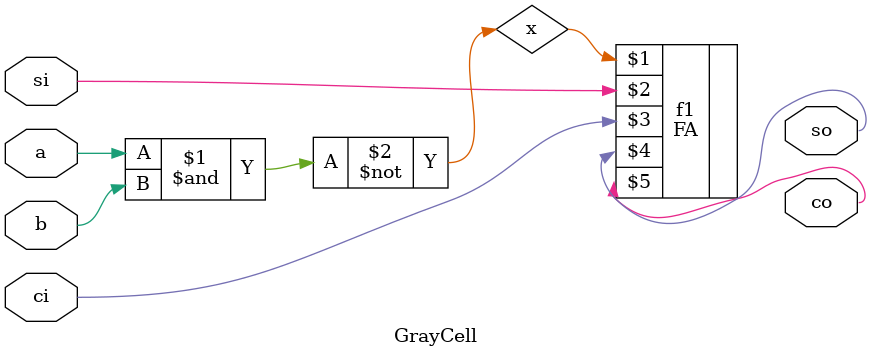
<source format=v>
module GrayCell(a,b,si,ci,so,co);
	input a,b,si,ci;
	output so,co;
	wire x;
	nand (x,a,b);
	FA f1(x,si,ci,so,co);
endmodule
</source>
